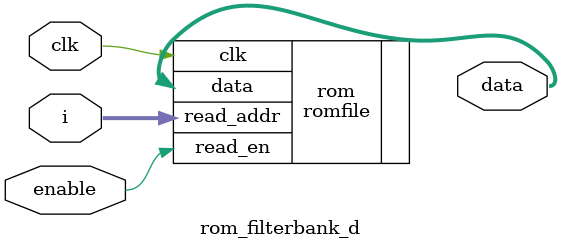
<source format=v>
`timescale 1ns / 1ps
`default_nettype none

module rom_filterbank_d (
    input wire          clk,
	 input wire          enable,
	 input wire  [8:0]   i,
    output wire [17:0]  data
    );

	romfile #(
		.ROM_WIDTH(18),
		.ROM_ADDR_BITS(9),
		.FILENAME("lookup_filterbank_d.txt")
	) rom (
		.clk(clk),
		.read_en(enable),
		.read_addr(i),
		.data(data)
	);
endmodule


</source>
